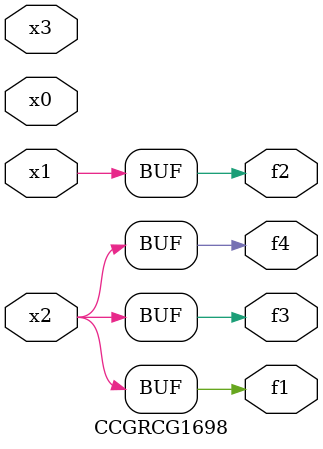
<source format=v>
module CCGRCG1698(
	input x0, x1, x2, x3,
	output f1, f2, f3, f4
);
	assign f1 = x2;
	assign f2 = x1;
	assign f3 = x2;
	assign f4 = x2;
endmodule

</source>
